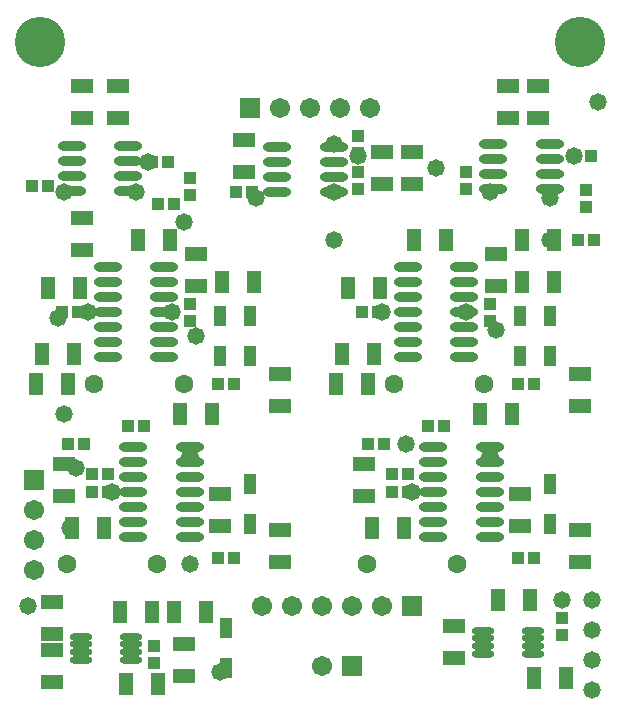
<source format=gbr>
G04 Layer_Color=8388736*
%FSLAX26Y26*%
%MOIN*%
%TF.FileFunction,Soldermask,Top*%
%TF.Part,Single*%
G01*
G75*
%TA.AperFunction,SMDPad,CuDef*%
%ADD32O,0.094614X0.031622*%
%ADD33R,0.074929X0.051307*%
%ADD34R,0.043433X0.039496*%
%ADD35R,0.051307X0.074929*%
%ADD36O,0.074929X0.025716*%
%ADD37R,0.039496X0.043433*%
%ADD38R,0.041465X0.070992*%
%TA.AperFunction,ComponentPad*%
%ADD39C,0.067055*%
%ADD40R,0.067055X0.067055*%
%ADD41C,0.063118*%
%ADD42R,0.067055X0.067055*%
%TA.AperFunction,ViaPad*%
%ADD43C,0.168000*%
%ADD44C,0.058000*%
D32*
X1600000Y1550000D02*
D03*
Y1600000D02*
D03*
Y1650000D02*
D03*
Y1700000D02*
D03*
Y1750000D02*
D03*
Y1800000D02*
D03*
Y1850000D02*
D03*
X1411024Y1550000D02*
D03*
Y1600000D02*
D03*
Y1650000D02*
D03*
Y1700000D02*
D03*
Y1750000D02*
D03*
Y1800000D02*
D03*
Y1850000D02*
D03*
X1514488Y2150000D02*
D03*
Y2200000D02*
D03*
Y2250000D02*
D03*
Y2300000D02*
D03*
Y2350000D02*
D03*
Y2400000D02*
D03*
Y2450000D02*
D03*
X1325512Y2150000D02*
D03*
Y2200000D02*
D03*
Y2250000D02*
D03*
Y2300000D02*
D03*
Y2350000D02*
D03*
Y2400000D02*
D03*
Y2450000D02*
D03*
X2611024Y2860000D02*
D03*
Y2810000D02*
D03*
Y2760000D02*
D03*
Y2710000D02*
D03*
X2800000Y2860000D02*
D03*
Y2810000D02*
D03*
Y2760000D02*
D03*
Y2710000D02*
D03*
X1891024Y2850000D02*
D03*
Y2800000D02*
D03*
Y2750000D02*
D03*
Y2700000D02*
D03*
X2080000Y2850000D02*
D03*
Y2800000D02*
D03*
Y2750000D02*
D03*
Y2700000D02*
D03*
X1205512Y2855000D02*
D03*
Y2805000D02*
D03*
Y2755000D02*
D03*
Y2705000D02*
D03*
X1394488Y2855000D02*
D03*
Y2805000D02*
D03*
Y2755000D02*
D03*
Y2705000D02*
D03*
X2600000Y1550000D02*
D03*
Y1600000D02*
D03*
Y1650000D02*
D03*
Y1700000D02*
D03*
Y1750000D02*
D03*
Y1800000D02*
D03*
Y1850000D02*
D03*
X2411024Y1550000D02*
D03*
Y1600000D02*
D03*
Y1650000D02*
D03*
Y1700000D02*
D03*
Y1750000D02*
D03*
Y1800000D02*
D03*
Y1850000D02*
D03*
X2514488Y2150000D02*
D03*
Y2200000D02*
D03*
Y2250000D02*
D03*
Y2300000D02*
D03*
Y2350000D02*
D03*
Y2400000D02*
D03*
Y2450000D02*
D03*
X2325512Y2150000D02*
D03*
Y2200000D02*
D03*
Y2250000D02*
D03*
Y2300000D02*
D03*
Y2350000D02*
D03*
Y2400000D02*
D03*
Y2450000D02*
D03*
D33*
X2660000Y2946850D02*
D03*
Y3053150D02*
D03*
X2760000Y2946850D02*
D03*
Y3053150D02*
D03*
X1240000Y2946850D02*
D03*
Y3053150D02*
D03*
X1360000Y2946850D02*
D03*
Y3053150D02*
D03*
X1780000Y2873150D02*
D03*
Y2766850D02*
D03*
X2340000Y2833150D02*
D03*
Y2726850D02*
D03*
X2240000Y2833150D02*
D03*
Y2726850D02*
D03*
X2480000Y1253150D02*
D03*
Y1146850D02*
D03*
X1580000Y1086850D02*
D03*
Y1193150D02*
D03*
X1140000Y1333150D02*
D03*
Y1226850D02*
D03*
Y1173150D02*
D03*
Y1066850D02*
D03*
X1240000Y2506850D02*
D03*
Y2613150D02*
D03*
X1620000Y2493150D02*
D03*
Y2386850D02*
D03*
X1900000Y2093150D02*
D03*
Y1986850D02*
D03*
Y1466850D02*
D03*
Y1573150D02*
D03*
X1700000Y1693150D02*
D03*
Y1586850D02*
D03*
X1180000Y1686850D02*
D03*
Y1793150D02*
D03*
X2900000Y1466850D02*
D03*
Y1573150D02*
D03*
X2700000Y1693150D02*
D03*
Y1586850D02*
D03*
X2180000Y1686850D02*
D03*
Y1793150D02*
D03*
X2900000Y2093150D02*
D03*
Y1986850D02*
D03*
X2620000Y2493150D02*
D03*
Y2386850D02*
D03*
D34*
X2160000Y2712441D02*
D03*
Y2767559D02*
D03*
X1480000Y1132441D02*
D03*
Y1187559D02*
D03*
X2840000Y1280000D02*
D03*
Y1224882D02*
D03*
X2520000Y2712441D02*
D03*
Y2767559D02*
D03*
X2160000Y2887559D02*
D03*
Y2832441D02*
D03*
X1600000Y2272441D02*
D03*
Y2327559D02*
D03*
Y2692441D02*
D03*
Y2747559D02*
D03*
X2600000Y2272441D02*
D03*
Y2327559D02*
D03*
X2920000Y2652441D02*
D03*
Y2707559D02*
D03*
D35*
X2626850Y1340000D02*
D03*
X2733150D02*
D03*
X2746850Y1080000D02*
D03*
X2853150D02*
D03*
X1366850Y1300000D02*
D03*
X1473150D02*
D03*
X1493150Y1060000D02*
D03*
X1386850D02*
D03*
X1653150Y1300000D02*
D03*
X1546850D02*
D03*
X1086850Y2060000D02*
D03*
X1193150D02*
D03*
X2453150Y2540000D02*
D03*
X2346850D02*
D03*
X2086850Y2060000D02*
D03*
X2193150D02*
D03*
X1126850Y2380000D02*
D03*
X1233150D02*
D03*
X1106850Y2160000D02*
D03*
X1213150D02*
D03*
X1706850Y2400000D02*
D03*
X1813150D02*
D03*
X1533150Y2540000D02*
D03*
X1426850D02*
D03*
X1673150Y1960000D02*
D03*
X1566850D02*
D03*
X1206850Y1580000D02*
D03*
X1313150D02*
D03*
X2106850Y2160000D02*
D03*
X2213150D02*
D03*
X2813150Y2540000D02*
D03*
X2706850D02*
D03*
X2673150Y1960000D02*
D03*
X2566850D02*
D03*
X2706850Y2400000D02*
D03*
X2813150D02*
D03*
X2206850Y1580000D02*
D03*
X2313150D02*
D03*
X2126850Y2380000D02*
D03*
X2233150D02*
D03*
D36*
X1402677Y1141614D02*
D03*
Y1167205D02*
D03*
Y1192795D02*
D03*
Y1218386D02*
D03*
X1237323Y1141614D02*
D03*
Y1167205D02*
D03*
Y1192795D02*
D03*
Y1218386D02*
D03*
X2742677Y1161614D02*
D03*
Y1187205D02*
D03*
Y1212795D02*
D03*
Y1238386D02*
D03*
X2577323Y1161614D02*
D03*
Y1187205D02*
D03*
Y1212795D02*
D03*
Y1238386D02*
D03*
D37*
X2880000Y2820000D02*
D03*
X2935118D02*
D03*
X1807559Y2700000D02*
D03*
X1752441D02*
D03*
X1127559Y2720000D02*
D03*
X1072441D02*
D03*
X1472441Y2800000D02*
D03*
X1527559D02*
D03*
X1447559Y1920000D02*
D03*
X1392441D02*
D03*
X1327559Y1760000D02*
D03*
X1272441D02*
D03*
X1247559Y1860000D02*
D03*
X1192441D02*
D03*
X1327559Y1700000D02*
D03*
X1272441D02*
D03*
X1547559Y2660000D02*
D03*
X1492441D02*
D03*
X1172441Y2300000D02*
D03*
X1227559D02*
D03*
X2447559Y1920000D02*
D03*
X2392441D02*
D03*
X2327559Y1760000D02*
D03*
X2272441D02*
D03*
X2247559Y1860000D02*
D03*
X2192441D02*
D03*
X2327559Y1700000D02*
D03*
X2272441D02*
D03*
X2947559Y2540000D02*
D03*
X2892441D02*
D03*
X2172441Y2300000D02*
D03*
X2227559D02*
D03*
X1747559Y2060000D02*
D03*
X1692441D02*
D03*
X1747559Y1480000D02*
D03*
X1692441D02*
D03*
X2747559D02*
D03*
X2692441D02*
D03*
X2747559Y2060000D02*
D03*
X2692441D02*
D03*
D38*
X1720000Y1246929D02*
D03*
Y1113071D02*
D03*
X1800000Y1726929D02*
D03*
Y1593071D02*
D03*
Y2153071D02*
D03*
Y2286929D02*
D03*
X1700000Y2153071D02*
D03*
Y2286929D02*
D03*
X2800000Y1726929D02*
D03*
Y1593071D02*
D03*
Y2153071D02*
D03*
Y2286929D02*
D03*
X2700000Y2153071D02*
D03*
Y2286929D02*
D03*
D39*
X2040000Y1120000D02*
D03*
X1900000Y2980000D02*
D03*
X2000000D02*
D03*
X2100000D02*
D03*
X2200000D02*
D03*
X1080000Y1640000D02*
D03*
Y1540000D02*
D03*
Y1440000D02*
D03*
X1840000Y1320000D02*
D03*
X1940000D02*
D03*
X2040000D02*
D03*
X2140000D02*
D03*
X2240000D02*
D03*
D40*
X2140000Y1120000D02*
D03*
X1800000Y2980000D02*
D03*
X2340000Y1320000D02*
D03*
D41*
X1190000Y1460000D02*
D03*
X1490000D02*
D03*
X1280000Y2060000D02*
D03*
X1580000D02*
D03*
X2190000Y1460000D02*
D03*
X2490000D02*
D03*
X2280000Y2060000D02*
D03*
X2580000D02*
D03*
D42*
X1080000Y1740000D02*
D03*
D43*
X1100000Y3200000D02*
D03*
X2900000D02*
D03*
D44*
X1700000Y1100000D02*
D03*
X1600000Y1460000D02*
D03*
X2620000Y2240000D02*
D03*
X2800000Y2540000D02*
D03*
Y2680000D02*
D03*
X2960000Y3000000D02*
D03*
X2240000Y2300000D02*
D03*
X1420000Y2700000D02*
D03*
X1580000Y2600000D02*
D03*
X2080000Y2540000D02*
D03*
Y2700000D02*
D03*
X2420000Y2780000D02*
D03*
X2160000Y2820000D02*
D03*
X2080000Y2860000D02*
D03*
X2880000Y2820000D02*
D03*
X1460000Y2800000D02*
D03*
X1820000Y2680000D02*
D03*
X2520000Y2300000D02*
D03*
X2600000Y2700000D02*
D03*
X1180000D02*
D03*
Y1960000D02*
D03*
X1220000Y1780000D02*
D03*
X1200000Y1580000D02*
D03*
X1160000Y2280000D02*
D03*
X1540000Y2300000D02*
D03*
X1060000Y1320000D02*
D03*
X1620000Y2220000D02*
D03*
X1260000Y2300000D02*
D03*
X2320000Y1860000D02*
D03*
X1600000Y1820000D02*
D03*
X2600000D02*
D03*
X1340000Y1700000D02*
D03*
X2340000D02*
D03*
X2940000Y1040000D02*
D03*
Y1140000D02*
D03*
X2840000Y1340000D02*
D03*
X2940000Y1240000D02*
D03*
Y1340000D02*
D03*
%TF.MD5,ea21fc189e2e80e3f34128d68224421f*%
M02*

</source>
